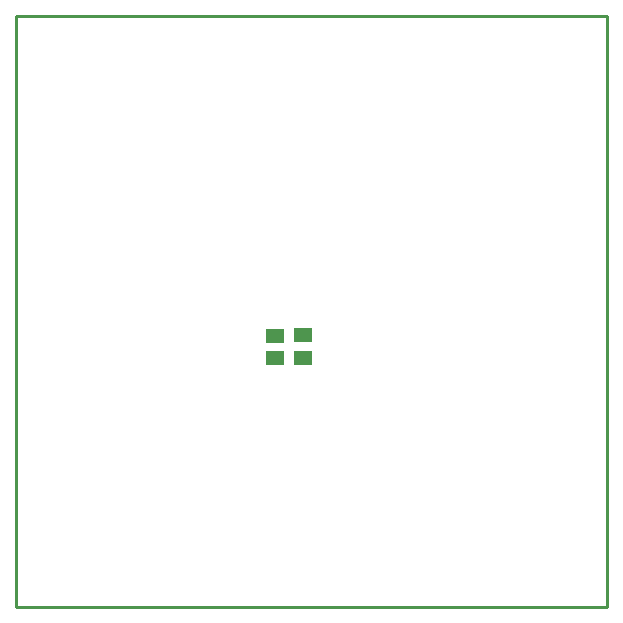
<source format=gbp>
G75*
G70*
%OFA0B0*%
%FSLAX24Y24*%
%IPPOS*%
%LPD*%
%AMOC8*
5,1,8,0,0,1.08239X$1,22.5*
%
%ADD10C,0.0100*%
%ADD11R,0.0591X0.0512*%
D10*
X004627Y007324D02*
X024312Y007324D01*
X024312Y027009D01*
X004627Y027009D01*
X004627Y007324D01*
D11*
X013233Y015608D03*
X013233Y016356D03*
X014178Y016364D03*
X014178Y015616D03*
M02*

</source>
